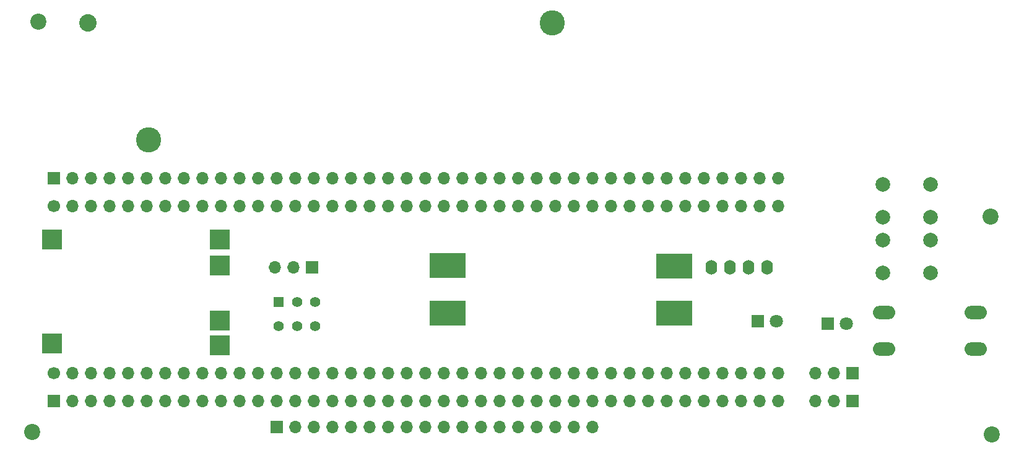
<source format=gbs>
G04 #@! TF.GenerationSoftware,KiCad,Pcbnew,(7.99.0-200-gad838e3d73)*
G04 #@! TF.CreationDate,2024-03-15T16:03:47+07:00*
G04 #@! TF.ProjectId,WMS,574d532e-6b69-4636-9164-5f7063625858,rev?*
G04 #@! TF.SameCoordinates,Original*
G04 #@! TF.FileFunction,Soldermask,Bot*
G04 #@! TF.FilePolarity,Negative*
%FSLAX46Y46*%
G04 Gerber Fmt 4.6, Leading zero omitted, Abs format (unit mm)*
G04 Created by KiCad (PCBNEW (7.99.0-200-gad838e3d73)) date 2024-03-15 16:03:47*
%MOMM*%
%LPD*%
G01*
G04 APERTURE LIST*
%ADD10R,1.400000X1.400000*%
%ADD11C,1.400000*%
%ADD12C,2.000000*%
%ADD13R,5.000000X3.500000*%
%ADD14C,2.390000*%
%ADD15C,3.450000*%
%ADD16C,2.200000*%
%ADD17R,1.700000X1.700000*%
%ADD18O,1.700000X1.700000*%
%ADD19O,1.600000X2.000000*%
%ADD20C,1.700000*%
%ADD21R,1.800000X1.800000*%
%ADD22C,1.800000*%
%ADD23O,3.048000X1.850000*%
%ADD24R,2.800000X2.800000*%
G04 APERTURE END LIST*
D10*
X105896399Y-94896399D03*
D11*
X108396400Y-94896400D03*
X110896400Y-94896400D03*
X105896400Y-98196400D03*
X108396400Y-98196400D03*
X110896400Y-98196400D03*
D12*
X188520000Y-86396000D03*
X195020000Y-86396000D03*
X188520000Y-90896000D03*
X195020000Y-90896000D03*
D13*
X160019999Y-89965999D03*
X160019999Y-96415999D03*
X129019999Y-96415999D03*
X129019999Y-89915999D03*
D14*
X79807000Y-56744600D03*
D15*
X88137000Y-72744600D03*
X143337000Y-56744600D03*
D16*
X203276200Y-83235800D03*
D17*
X75183999Y-108457999D03*
D18*
X77723999Y-108457999D03*
X80263999Y-108457999D03*
X82803999Y-108457999D03*
X85343999Y-108457999D03*
X87883999Y-108457999D03*
X90423999Y-108457999D03*
X92963999Y-108457999D03*
X95503999Y-108457999D03*
X98043999Y-108457999D03*
X100583999Y-108457999D03*
X103123999Y-108457999D03*
X105663999Y-108457999D03*
X108203999Y-108457999D03*
X110743999Y-108457999D03*
X113283999Y-108457999D03*
X115823999Y-108457999D03*
X118363999Y-108457999D03*
X120903999Y-108457999D03*
X123443999Y-108457999D03*
X125983999Y-108457999D03*
X128523999Y-108457999D03*
X131063999Y-108457999D03*
X133603999Y-108457999D03*
X136143999Y-108457999D03*
X138683999Y-108457999D03*
X141223999Y-108457999D03*
X143763999Y-108457999D03*
X146303999Y-108457999D03*
X148843999Y-108457999D03*
X151383999Y-108457999D03*
X153923999Y-108457999D03*
X156463999Y-108457999D03*
X159003999Y-108457999D03*
X161543999Y-108457999D03*
X164083999Y-108457999D03*
X166623999Y-108457999D03*
X169163999Y-108457999D03*
X171703999Y-108457999D03*
X174243999Y-108457999D03*
D17*
X110489999Y-90169999D03*
D18*
X107949999Y-90169999D03*
X105409999Y-90169999D03*
D19*
X165099999Y-90169999D03*
X167639999Y-90169999D03*
X170179999Y-90169999D03*
X172719999Y-90169999D03*
D17*
X184403999Y-108457999D03*
D18*
X181863999Y-108457999D03*
X179323999Y-108457999D03*
D16*
X73025000Y-56540400D03*
X203428600Y-112979200D03*
D12*
X188520000Y-78776000D03*
X195020000Y-78776000D03*
X188520000Y-83276000D03*
X195020000Y-83276000D03*
D20*
X75184000Y-81788000D03*
D18*
X77723999Y-81787999D03*
X80263999Y-81787999D03*
X82803999Y-81787999D03*
X85343999Y-81787999D03*
X87883999Y-81787999D03*
X90423999Y-81787999D03*
X92963999Y-81787999D03*
X95503999Y-81787999D03*
X98043999Y-81787999D03*
X100583999Y-81787999D03*
X103123999Y-81787999D03*
X105663999Y-81787999D03*
X108203999Y-81787999D03*
X110743999Y-81787999D03*
X113283999Y-81787999D03*
X115823999Y-81787999D03*
X118363999Y-81787999D03*
X120903999Y-81787999D03*
X123443999Y-81787999D03*
X125983999Y-81787999D03*
X128523999Y-81787999D03*
X131063999Y-81787999D03*
X133603999Y-81787999D03*
X136143999Y-81787999D03*
X138683999Y-81787999D03*
X141223999Y-81787999D03*
X143763999Y-81787999D03*
X146303999Y-81787999D03*
X148843999Y-81787999D03*
X151383999Y-81787999D03*
X153923999Y-81787999D03*
X156463999Y-81787999D03*
X159003999Y-81787999D03*
X161543999Y-81787999D03*
X164083999Y-81787999D03*
X166623999Y-81787999D03*
X169163999Y-81787999D03*
X171703999Y-81787999D03*
X174243999Y-81787999D03*
X174243999Y-104647999D03*
X171703999Y-104647999D03*
X169163999Y-104647999D03*
X166623999Y-104647999D03*
X164083999Y-104647999D03*
X161543999Y-104647999D03*
X159003999Y-104647999D03*
X156463999Y-104647999D03*
X153923999Y-104647999D03*
X151383999Y-104647999D03*
X148843999Y-104647999D03*
X146303999Y-104647999D03*
X143763999Y-104647999D03*
X141223999Y-104647999D03*
X138683999Y-104647999D03*
X136143999Y-104647999D03*
X133603999Y-104647999D03*
X131063999Y-104647999D03*
X128523999Y-104647999D03*
X125983999Y-104647999D03*
X123443999Y-104647999D03*
X120903999Y-104647999D03*
X118363999Y-104647999D03*
X115823999Y-104647999D03*
X113283999Y-104647999D03*
X110743999Y-104647999D03*
X108203999Y-104647999D03*
X105663999Y-104647999D03*
X103123999Y-104647999D03*
X100583999Y-104647999D03*
X98043999Y-104647999D03*
X95503999Y-104647999D03*
X92963999Y-104647999D03*
X90423999Y-104647999D03*
X87883999Y-104647999D03*
X85343999Y-104647999D03*
X82803999Y-104647999D03*
X80263999Y-104647999D03*
X77723999Y-104647999D03*
D20*
X75184000Y-104648000D03*
D18*
X179323999Y-104647999D03*
X181863999Y-104647999D03*
D17*
X184403999Y-104647999D03*
D21*
X180944599Y-97891599D03*
D22*
X183484600Y-97891600D03*
D16*
X72212200Y-112699800D03*
D21*
X171449999Y-97485199D03*
D22*
X173990000Y-97485200D03*
D23*
X188721999Y-96305999D03*
X201221999Y-96305999D03*
X188721999Y-101305999D03*
X201221999Y-101305999D03*
D17*
X105663999Y-112013999D03*
D18*
X108203999Y-112013999D03*
X110743999Y-112013999D03*
X113283999Y-112013999D03*
X115823999Y-112013999D03*
X118363999Y-112013999D03*
X120903999Y-112013999D03*
X123443999Y-112013999D03*
X125983999Y-112013999D03*
X128523999Y-112013999D03*
X131063999Y-112013999D03*
X133603999Y-112013999D03*
X136143999Y-112013999D03*
X138683999Y-112013999D03*
X141223999Y-112013999D03*
X143763999Y-112013999D03*
X146303999Y-112013999D03*
X148843999Y-112013999D03*
D24*
X74929999Y-86359999D03*
X74929999Y-100559999D03*
X97829999Y-86359999D03*
X97829999Y-100859999D03*
X97829999Y-89859999D03*
X97829999Y-97459999D03*
D17*
X75183999Y-77977999D03*
D18*
X77723999Y-77977999D03*
X80263999Y-77977999D03*
X82803999Y-77977999D03*
X85343999Y-77977999D03*
X87883999Y-77977999D03*
X90423999Y-77977999D03*
X92963999Y-77977999D03*
X95503999Y-77977999D03*
X98043999Y-77977999D03*
X100583999Y-77977999D03*
X103123999Y-77977999D03*
X105663999Y-77977999D03*
X108203999Y-77977999D03*
X110743999Y-77977999D03*
X113283999Y-77977999D03*
X115823999Y-77977999D03*
X118363999Y-77977999D03*
X120903999Y-77977999D03*
X123443999Y-77977999D03*
X125983999Y-77977999D03*
X128523999Y-77977999D03*
X131063999Y-77977999D03*
X133603999Y-77977999D03*
X136143999Y-77977999D03*
X138683999Y-77977999D03*
X141223999Y-77977999D03*
X143763999Y-77977999D03*
X146303999Y-77977999D03*
X148843999Y-77977999D03*
X151383999Y-77977999D03*
X153923999Y-77977999D03*
X156463999Y-77977999D03*
X159003999Y-77977999D03*
X161543999Y-77977999D03*
X164083999Y-77977999D03*
X166623999Y-77977999D03*
X169163999Y-77977999D03*
X171703999Y-77977999D03*
X174243999Y-77977999D03*
M02*

</source>
